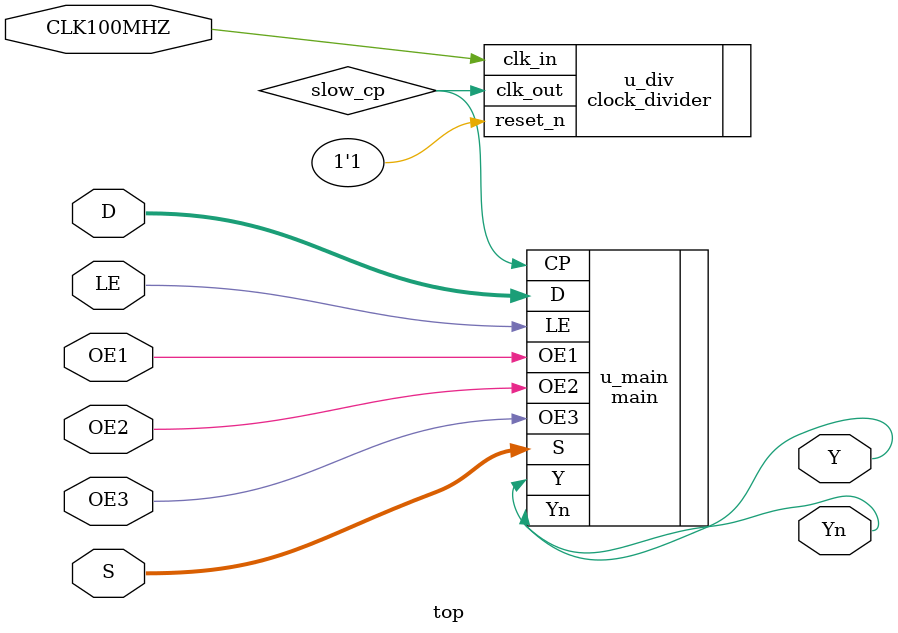
<source format=v>
`timescale 1ns / 1ps

module top(
    input  wire        CLK100MHZ,   
    input  wire [7:0]  D,           
    input  wire [2:0]  S,           
    input  wire        LE,          
    input  wire        OE1,         
    input  wire        OE2,         
    input  wire        OE3,         
    output wire        Y,           
    output wire        Yn           
);

    wire slow_cp;

    clock_divider #(
        .DIVISOR(50_000_000)      
    ) u_div (
        .clk_in  (CLK100MHZ),
        .reset_n (1'b1),
        .clk_out (slow_cp)
    );

    main u_main (
        .D   (D),
        .S   (S),
        .LE  (LE),
        .CP  (slow_cp),
        .OE1 (OE1),
        .OE2 (OE2),
        .OE3 (OE3),
        .Y   (Y),
        .Yn  (Yn)
    );

endmodule

</source>
